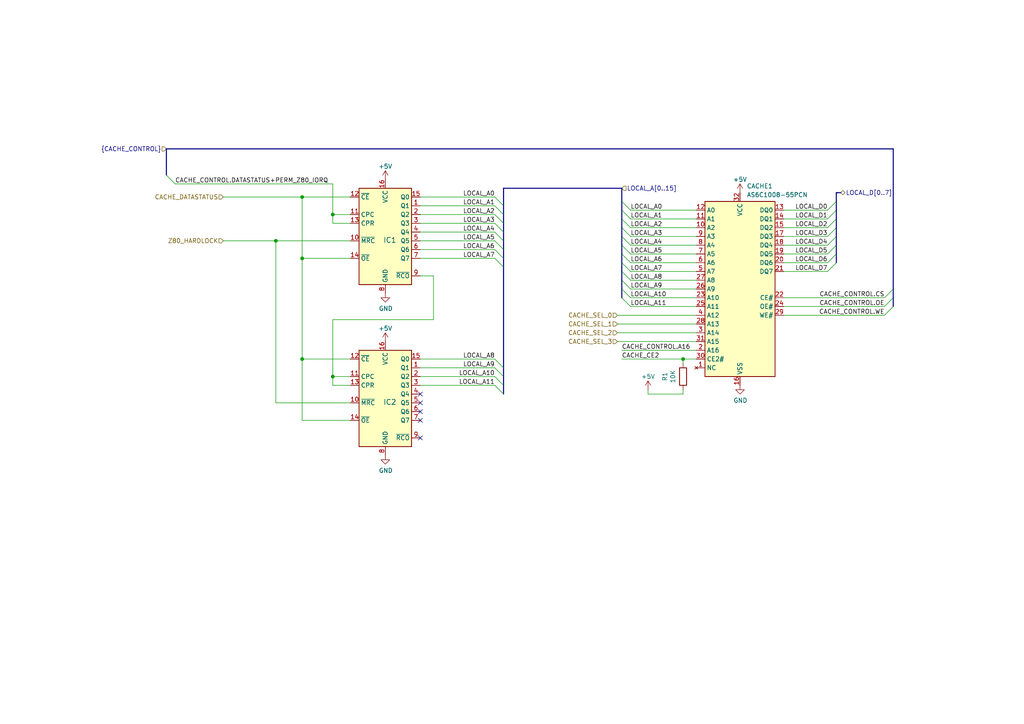
<source format=kicad_sch>
(kicad_sch (version 20230121) (generator eeschema)
  (paper "A4")
  (title_block (title "FujiNet Z80Bus reference design") (date "2023-05-13") (rev "0.1") (company "FujiNet") (comment 1 "64K status bytes (which are mapped 1:1 with Z80 IO addresses)") (comment 2 "16x4K caches that can be allocated to any IO address (Rio config)") (comment 3 "IOCache is devided into 2x64K blocks"))
  (lib_symbols
    (symbol "74xx:74HC590"
      (property "Reference" "U" (at -7.62 16.51 0))
      (property "Value" "74HC590" (at -7.62 -13.97 0))
      (symbol "74HC590_1_0"
        (pin tri_state line (at 10.16 10.16 180) (length 2.54) (name "Q1") (number "1"))
        (pin input line (at -10.16 0 0) (length 2.54) (name "~{MRC}") (number "10"))
        (pin input line (at -10.16 7.62 0) (length 2.54) (name "CPC") (number "11"))
        (pin input line (at -10.16 12.7 0) (length 2.54) (name "~{CE}") (number "12"))
        (pin input line (at -10.16 5.08 0) (length 2.54) (name "CPR") (number "13"))
        (pin input line (at -10.16 -5.08 0) (length 2.54) (name "~{OE}") (number "14"))
        (pin tri_state line (at 10.16 12.7 180) (length 2.54) (name "Q0") (number "15"))
        (pin power_in line (at 0 17.78 270) (length 2.54) (name "VCC") (number "16"))
        (pin tri_state line (at 10.16 7.62 180) (length 2.54) (name "Q2") (number "2"))
        (pin tri_state line (at 10.16 5.08 180) (length 2.54) (name "Q3") (number "3"))
        (pin tri_state line (at 10.16 2.54 180) (length 2.54) (name "Q4") (number "4"))
        (pin tri_state line (at 10.16 0 180) (length 2.54) (name "Q5") (number "5"))
        (pin tri_state line (at 10.16 -2.54 180) (length 2.54) (name "Q6") (number "6"))
        (pin tri_state line (at 10.16 -5.08 180) (length 2.54) (name "Q7") (number "7"))
        (pin power_in line (at 0 -15.24 90) (length 2.54) (name "GND") (number "8"))
        (pin output line (at 10.16 -10.16 180) (length 2.54) (name "~{RCO}") (number "9"))
      )
      (symbol "74HC590_1_1"
        (rectangle (start -7.62 15.24) (end 7.62 -12.7) (stroke (width 0.254)) (fill (type background)))
      )
    )
    (symbol "Device:R" (pin_numbers hide) (pin_names (offset 0))
      (property "Reference" "R" (at 2.032 0 90))
      (property "Value" "R" (at 0 0 90))
      (symbol "R_0_1"
        (rectangle (start -1.016 -2.54) (end 1.016 2.54) (stroke (width 0.254)))
      )
      (symbol "R_1_1"
        (pin passive line (at 0 3.81 270) (length 1.27) (name "~") (number "1"))
        (pin passive line (at 0 -3.81 90) (length 1.27) (name "~") (number "2"))
      )
    )
    (symbol "FujiNet_Memory_RAM:AS6C1008-55PCN"
      (property "Reference" "U" (at -10.16 26.035 0))
      (property "Value" "AS6C1008-55PCN" (at 2.54 26.035 0))
      (symbol "AS6C1008-55PCN_0_0"
        (pin power_in line (at 0 -27.94 90) (length 2.54) (name "VSS") (number "16"))
        (pin power_in line (at 0 27.94 270) (length 2.54) (name "VCC") (number "32"))
      )
      (symbol "AS6C1008-55PCN_1_1"
        (rectangle (start -10.16 25.4) (end 10.16 -25.4) (stroke (width 0.254)) (fill (type background)))
        (pin no_connect line (at -12.7 -22.86 0) (length 2.54) (name "NC") (number "1"))
        (pin input line (at -12.7 17.78 0) (length 2.54) (name "A2") (number "10"))
        (pin input line (at -12.7 20.32 0) (length 2.54) (name "A1") (number "11"))
        (pin input line (at -12.7 22.86 0) (length 2.54) (name "A0") (number "12"))
        (pin tri_state line (at 12.7 22.86 180) (length 2.54) (name "DQ0") (number "13"))
        (pin tri_state line (at 12.7 20.32 180) (length 2.54) (name "DQ1") (number "14"))
        (pin tri_state line (at 12.7 17.78 180) (length 2.54) (name "DQ2") (number "15"))
        (pin tri_state line (at 12.7 15.24 180) (length 2.54) (name "DQ3") (number "17"))
        (pin tri_state line (at 12.7 12.7 180) (length 2.54) (name "DQ4") (number "18"))
        (pin tri_state line (at 12.7 10.16 180) (length 2.54) (name "DQ5") (number "19"))
        (pin input line (at -12.7 -17.78 0) (length 2.54) (name "A16") (number "2"))
        (pin tri_state line (at 12.7 7.62 180) (length 2.54) (name "DQ6") (number "20"))
        (pin tri_state line (at 12.7 5.08 180) (length 2.54) (name "DQ7") (number "21"))
        (pin input line (at 12.7 -2.54 180) (length 2.54) (name "CE#") (number "22"))
        (pin input line (at -12.7 -2.54 0) (length 2.54) (name "A10") (number "23"))
        (pin input line (at 12.7 -5.08 180) (length 2.54) (name "OE#") (number "24"))
        (pin input line (at -12.7 -5.08 0) (length 2.54) (name "A11") (number "25"))
        (pin input line (at -12.7 0 0) (length 2.54) (name "A9") (number "26"))
        (pin input line (at -12.7 2.54 0) (length 2.54) (name "A8") (number "27"))
        (pin input line (at -12.7 -10.16 0) (length 2.54) (name "A13") (number "28"))
        (pin input line (at 12.7 -7.62 180) (length 2.54) (name "WE#") (number "29"))
        (pin input line (at -12.7 -12.7 0) (length 2.54) (name "A14") (number "3"))
        (pin input line (at -12.7 -20.32 0) (length 2.54) (name "CE2#") (number "30"))
        (pin input line (at -12.7 -15.24 0) (length 2.54) (name "A15") (number "31"))
        (pin input line (at -12.7 -7.62 0) (length 2.54) (name "A12") (number "4"))
        (pin input line (at -12.7 5.08 0) (length 2.54) (name "A7") (number "5"))
        (pin input line (at -12.7 7.62 0) (length 2.54) (name "A6") (number "6"))
        (pin input line (at -12.7 10.16 0) (length 2.54) (name "A5") (number "7"))
        (pin input line (at -12.7 12.7 0) (length 2.54) (name "A4") (number "8"))
        (pin input line (at -12.7 15.24 0) (length 2.54) (name "A3") (number "9"))
      )
    )
    (symbol "power:+5V" (power) (pin_names (offset 0))
      (property "Value" "+5V" (at 0 3.556 0))
      (symbol "+5V_0_1"
        (polyline (pts (xy -0.762 1.27) (xy 0 2.54)))
        (polyline (pts (xy 0 0) (xy 0 2.54)))
        (polyline (pts (xy 0 2.54) (xy 0.762 1.27)))
      )
      (symbol "+5V_1_1"
        (pin power_in line (at 0 0 90) (length 0) hide (name "+5V") (number "1"))
      )
    )
    (symbol "power:GND" (power) (pin_names (offset 0))
      (property "Value" "GND" (at 0 -3.81 0))
      (symbol "GND_0_1"
        (polyline (pts (xy 0 0) (xy 0 -1.27) (xy 1.27 -1.27) (xy 0 -2.54) (xy -1.27 -1.27) (xy 0 -1.27)))
      )
      (symbol "GND_1_1"
        (pin power_in line (at 0 0 270) (length 0) hide (name "GND") (number "1"))
      )
    )
  )
  (bus_alias "CACHE_CONTROL" (members "CACHE_CONTROL.A16" "CACHE_CONTROL.WE" "CACHE_CONTROL.OE" "CACHE_CONTROL.CS" "CACHE_CONTROL.DATASTATUS+PERM_Z80_IORQ"))
  (junction (at 96.52 62.23))
  (junction (at 87.63 104.14))
  (junction (at 87.63 57.15))
  (junction (at 96.52 109.22))
  (junction (at 80.01 69.85))
  (junction (at 198.12 104.14))
  (junction (at 87.63 74.93))
  (no_connect (at 121.92 119.38))
  (no_connect (at 121.92 127))
  (no_connect (at 121.92 116.84))
  (no_connect (at 121.92 114.3))
  (no_connect (at 121.92 121.92))
  (bus_entry (at 180.34 83.82) (size 2.54 2.54))
  (bus_entry (at 143.51 69.85) (size 2.54 2.54))
  (bus_entry (at 180.34 60.96) (size 2.54 2.54))
  (bus_entry (at 180.34 66.04) (size 2.54 2.54))
  (bus_entry (at 242.57 66.04) (size -2.54 2.54))
  (bus_entry (at 143.51 72.39) (size 2.54 2.54))
  (bus_entry (at 180.34 86.36) (size 2.54 2.54))
  (bus_entry (at 180.34 78.74) (size 2.54 2.54))
  (bus_entry (at 48.26 50.8) (size 2.54 2.54))
  (bus_entry (at 242.57 76.2) (size -2.54 2.54))
  (bus_entry (at 143.51 57.15) (size 2.54 2.54))
  (bus_entry (at 242.57 63.5) (size -2.54 2.54))
  (bus_entry (at 242.57 68.58) (size -2.54 2.54))
  (bus_entry (at 180.34 81.28) (size 2.54 2.54))
  (bus_entry (at 143.51 64.77) (size 2.54 2.54))
  (bus_entry (at 143.51 106.68) (size 2.54 2.54))
  (bus_entry (at 242.57 58.42) (size -2.54 2.54))
  (bus_entry (at 143.51 104.14) (size 2.54 2.54))
  (bus_entry (at 143.51 111.76) (size 2.54 2.54))
  (bus_entry (at 143.51 74.93) (size 2.54 2.54))
  (bus_entry (at 180.34 68.58) (size 2.54 2.54))
  (bus_entry (at 143.51 59.69) (size 2.54 2.54))
  (bus_entry (at 180.34 73.66) (size 2.54 2.54))
  (bus_entry (at 180.34 76.2) (size 2.54 2.54))
  (bus_entry (at 143.51 67.31) (size 2.54 2.54))
  (bus_entry (at 180.34 63.5) (size 2.54 2.54))
  (bus_entry (at 242.57 73.66) (size -2.54 2.54))
  (bus_entry (at 180.34 58.42) (size 2.54 2.54))
  (bus_entry (at 143.51 62.23) (size 2.54 2.54))
  (bus_entry (at 242.57 71.12) (size -2.54 2.54))
  (bus_entry (at 256.54 91.44) (size 2.54 -2.54))
  (bus_entry (at 180.34 71.12) (size 2.54 2.54))
  (bus_entry (at 143.51 109.22) (size 2.54 2.54))
  (bus_entry (at 242.57 60.96) (size -2.54 2.54))
  (bus_entry (at 256.54 86.36) (size 2.54 -2.54))
  (bus_entry (at 256.54 88.9) (size 2.54 -2.54))
  (bus (pts (xy 146.05 72.39) (xy 146.05 74.93)))
  (wire (pts (xy 101.6 104.14) (xy 87.63 104.14)))
  (wire (pts (xy 240.03 66.04) (xy 227.33 66.04)))
  (wire (pts (xy 121.92 64.77) (xy 143.51 64.77)))
  (bus (pts (xy 242.57 63.5) (xy 242.57 66.04)))
  (wire (pts (xy 121.92 69.85) (xy 143.51 69.85)))
  (wire (pts (xy 227.33 76.2) (xy 240.03 76.2)))
  (bus (pts (xy 242.57 73.66) (xy 242.57 76.2)))
  (bus (pts (xy 146.05 109.22) (xy 146.05 111.76)))
  (bus (pts (xy 242.57 58.42) (xy 242.57 60.96)))
  (bus (pts (xy 180.34 63.5) (xy 180.34 66.04)))
  (bus (pts (xy 146.05 59.69) (xy 146.05 54.61)))
  (wire (pts (xy 96.52 92.71) (xy 125.73 92.71)))
  (wire (pts (xy 201.93 73.66) (xy 182.88 73.66)))
  (wire (pts (xy 87.63 74.93) (xy 101.6 74.93)))
  (bus (pts (xy 242.57 68.58) (xy 242.57 71.12)))
  (bus (pts (xy 259.08 83.82) (xy 259.08 86.36)))
  (bus (pts (xy 180.34 60.96) (xy 180.34 63.5)))
  (wire (pts (xy 80.01 69.85) (xy 101.6 69.85)))
  (bus (pts (xy 48.26 43.18) (xy 259.08 43.18)))
  (wire (pts (xy 64.77 57.15) (xy 87.63 57.15)))
  (wire (pts (xy 101.6 116.84) (xy 80.01 116.84)))
  (wire (pts (xy 121.92 74.93) (xy 143.51 74.93)))
  (wire (pts (xy 96.52 109.22) (xy 96.52 92.71)))
  (wire (pts (xy 121.92 57.15) (xy 143.51 57.15)))
  (bus (pts (xy 180.34 73.66) (xy 180.34 76.2)))
  (bus (pts (xy 242.57 55.88) (xy 242.57 58.42)))
  (wire (pts (xy 87.63 104.14) (xy 87.63 121.92)))
  (wire (pts (xy 227.33 88.9) (xy 256.54 88.9)))
  (wire (pts (xy 121.92 62.23) (xy 143.51 62.23)))
  (wire (pts (xy 227.33 68.58) (xy 240.03 68.58)))
  (bus (pts (xy 180.34 58.42) (xy 180.34 60.96)))
  (wire (pts (xy 180.34 104.14) (xy 198.12 104.14)))
  (bus (pts (xy 146.05 62.23) (xy 146.05 64.77)))
  (wire (pts (xy 64.77 69.85) (xy 80.01 69.85)))
  (bus (pts (xy 243.84 55.88) (xy 242.57 55.88)))
  (bus (pts (xy 242.57 71.12) (xy 242.57 73.66)))
  (wire (pts (xy 121.92 104.14) (xy 143.51 104.14)))
  (wire (pts (xy 201.93 88.9) (xy 182.88 88.9)))
  (wire (pts (xy 96.52 53.34) (xy 96.52 62.23)))
  (bus (pts (xy 180.34 68.58) (xy 180.34 71.12)))
  (wire (pts (xy 87.63 57.15) (xy 87.63 74.93)))
  (wire (pts (xy 227.33 86.36) (xy 256.54 86.36)))
  (wire (pts (xy 96.52 62.23) (xy 101.6 62.23)))
  (bus (pts (xy 242.57 60.96) (xy 242.57 63.5)))
  (bus (pts (xy 180.34 76.2) (xy 180.34 78.74)))
  (wire (pts (xy 201.93 71.12) (xy 182.88 71.12)))
  (wire (pts (xy 227.33 71.12) (xy 240.03 71.12)))
  (wire (pts (xy 87.63 121.92) (xy 101.6 121.92)))
  (wire (pts (xy 179.07 93.98) (xy 201.93 93.98)))
  (wire (pts (xy 125.73 80.01) (xy 121.92 80.01)))
  (wire (pts (xy 101.6 111.76) (xy 96.52 111.76)))
  (wire (pts (xy 121.92 72.39) (xy 143.51 72.39)))
  (wire (pts (xy 201.93 76.2) (xy 182.88 76.2)))
  (wire (pts (xy 240.03 60.96) (xy 227.33 60.96)))
  (wire (pts (xy 125.73 80.01) (xy 125.73 92.71)))
  (bus (pts (xy 146.05 59.69) (xy 146.05 62.23)))
  (wire (pts (xy 121.92 67.31) (xy 143.51 67.31)))
  (wire (pts (xy 179.07 99.06) (xy 201.93 99.06)))
  (wire (pts (xy 96.52 111.76) (xy 96.52 109.22)))
  (wire (pts (xy 180.34 101.6) (xy 201.93 101.6)))
  (bus (pts (xy 146.05 106.68) (xy 146.05 109.22)))
  (bus (pts (xy 48.26 43.18) (xy 48.26 50.8)))
  (wire (pts (xy 143.51 109.22) (xy 121.92 109.22)))
  (bus (pts (xy 146.05 74.93) (xy 146.05 77.47)))
  (bus (pts (xy 180.34 81.28) (xy 180.34 83.82)))
  (bus (pts (xy 146.05 64.77) (xy 146.05 67.31)))
  (bus (pts (xy 180.34 66.04) (xy 180.34 68.58)))
  (bus (pts (xy 259.08 43.18) (xy 259.08 83.82)))
  (bus (pts (xy 180.34 54.61) (xy 180.34 58.42)))
  (wire (pts (xy 96.52 64.77) (xy 101.6 64.77)))
  (wire (pts (xy 50.8 53.34) (xy 96.52 53.34)))
  (wire (pts (xy 187.96 114.3) (xy 198.12 114.3)))
  (wire (pts (xy 201.93 63.5) (xy 182.88 63.5)))
  (bus (pts (xy 180.34 83.82) (xy 180.34 86.36)))
  (wire (pts (xy 80.01 116.84) (xy 80.01 69.85)))
  (wire (pts (xy 143.51 106.68) (xy 121.92 106.68)))
  (wire (pts (xy 101.6 57.15) (xy 87.63 57.15)))
  (wire (pts (xy 198.12 104.14) (xy 198.12 105.41)))
  (wire (pts (xy 198.12 114.3) (xy 198.12 113.03)))
  (bus (pts (xy 242.57 66.04) (xy 242.57 68.58)))
  (wire (pts (xy 201.93 68.58) (xy 182.88 68.58)))
  (wire (pts (xy 121.92 59.69) (xy 143.51 59.69)))
  (wire (pts (xy 187.96 114.3) (xy 187.96 113.03)))
  (wire (pts (xy 227.33 91.44) (xy 256.54 91.44)))
  (bus (pts (xy 146.05 77.47) (xy 146.05 106.68)))
  (wire (pts (xy 96.52 62.23) (xy 96.52 64.77)))
  (bus (pts (xy 146.05 111.76) (xy 146.05 114.3)))
  (bus (pts (xy 259.08 86.36) (xy 259.08 88.9)))
  (wire (pts (xy 101.6 109.22) (xy 96.52 109.22)))
  (bus (pts (xy 146.05 69.85) (xy 146.05 72.39)))
  (wire (pts (xy 87.63 74.93) (xy 87.63 104.14)))
  (wire (pts (xy 201.93 86.36) (xy 182.88 86.36)))
  (bus (pts (xy 180.34 71.12) (xy 180.34 73.66)))
  (wire (pts (xy 201.93 81.28) (xy 182.88 81.28)))
  (bus (pts (xy 146.05 54.61) (xy 180.34 54.61)))
  (wire (pts (xy 201.93 83.82) (xy 182.88 83.82)))
  (wire (pts (xy 201.93 66.04) (xy 182.88 66.04)))
  (wire (pts (xy 240.03 63.5) (xy 227.33 63.5)))
  (wire (pts (xy 179.07 91.44) (xy 201.93 91.44)))
  (bus (pts (xy 180.34 78.74) (xy 180.34 81.28)))
  (wire (pts (xy 198.12 104.14) (xy 201.93 104.14)))
  (bus (pts (xy 146.05 67.31) (xy 146.05 69.85)))
  (wire (pts (xy 227.33 73.66) (xy 240.03 73.66)))
  (wire (pts (xy 179.07 96.52) (xy 201.93 96.52)))
  (wire (pts (xy 201.93 60.96) (xy 182.88 60.96)))
  (wire (pts (xy 201.93 78.74) (xy 182.88 78.74)))
  (wire (pts (xy 227.33 78.74) (xy 240.03 78.74)))
  (wire (pts (xy 143.51 111.76) (xy 121.92 111.76)))
  (label "LOCAL_A1" (at 143.51 59.69 180))
  (label "CACHE_CONTROL.DATASTATUS+PERM_Z80_IORQ" (at 50.8 53.34 0))
  (label "CACHE_CONTROL.A16" (at 180.34 101.6 0))
  (label "LOCAL_D7" (at 240.03 78.74 180))
  (label "LOCAL_D4" (at 240.03 71.12 180))
  (label "LOCAL_A2" (at 182.88 66.04 0))
  (label "LOCAL_A0" (at 143.51 57.15 180))
  (label "LOCAL_A10" (at 143.51 109.22 180))
  (label "LOCAL_A6" (at 182.88 76.2 0))
  (label "LOCAL_D0" (at 240.03 60.96 180))
  (label "LOCAL_D5" (at 240.03 73.66 180))
  (label "LOCAL_D1" (at 240.03 63.5 180))
  (label "LOCAL_A3" (at 143.51 64.77 180))
  (label "LOCAL_A6" (at 143.51 72.39 180))
  (label "LOCAL_D2" (at 240.03 66.04 180))
  (label "LOCAL_A5" (at 143.51 69.85 180))
  (label "LOCAL_A0" (at 182.88 60.96 0))
  (label "LOCAL_A4" (at 182.88 71.12 0))
  (label "CACHE_CONTROL.OE" (at 256.54 88.9 180))
  (label "LOCAL_A9" (at 143.51 106.68 180))
  (label "LOCAL_A3" (at 182.88 68.58 0))
  (label "LOCAL_A11" (at 182.88 88.9 0))
  (label "LOCAL_A8" (at 182.88 81.28 0))
  (label "CACHE_CE2" (at 180.34 104.14 0))
  (label "LOCAL_A1" (at 182.88 63.5 0))
  (label "CACHE_CONTROL.WE" (at 256.54 91.44 180))
  (label "LOCAL_D6" (at 240.03 76.2 180))
  (label "LOCAL_A8" (at 143.51 104.14 180))
  (label "LOCAL_D3" (at 240.03 68.58 180))
  (label "LOCAL_A7" (at 143.51 74.93 180))
  (label "LOCAL_A4" (at 143.51 67.31 180))
  (label "CACHE_CONTROL.CS" (at 256.54 86.36 180))
  (label "LOCAL_A5" (at 182.88 73.66 0))
  (label "LOCAL_A7" (at 182.88 78.74 0))
  (label "LOCAL_A9" (at 182.88 83.82 0))
  (label "LOCAL_A10" (at 182.88 86.36 0))
  (label "LOCAL_A2" (at 143.51 62.23 180))
  (label "LOCAL_A11" (at 143.51 111.76 180))
  (hierarchical_label "CACHE_SEL_3" (shape input) (at 179.07 99.06 180))
  (hierarchical_label "CACHE_SEL_0" (shape input) (at 179.07 91.44 180))
  (hierarchical_label "Z80_HARDLOCK" (shape input) (at 64.77 69.85 180))
  (hierarchical_label "CACHE_SEL_2" (shape input) (at 179.07 96.52 180))
  (hierarchical_label "LOCAL_D[0..7]" (shape bidirectional) (at 243.84 55.88 0))
  (hierarchical_label "{CACHE_CONTROL}" (shape input) (at 48.26 43.18 180))
  (hierarchical_label "CACHE_SEL_1" (shape input) (at 179.07 93.98 180))
  (hierarchical_label "CACHE_DATASTATUS" (shape input) (at 64.77 57.15 180))
  (hierarchical_label "LOCAL_A[0..15]" (shape input) (at 180.34 54.61 0))
  (symbol (lib_id "74xx:74HC590") (at 111.76 116.84 0) (unit 1)
    (property "Reference" "IC2" (at 111.125 117.475 0) (effects (font (size 1.4986 1.4986)) (justify left bottom)))
    (property "Value" "74HC590N" (effects hide))
    (property "Footprint" "Package_DIP:DIP-16_W7.62mm_Socket" (effects hide))
    (property "Datasheet" "https://assets.nexperia.com/documents/data-sheet/74HC590.pdf" (effects hide))
  )
  (symbol (lib_id "74xx:74HC590") (at 111.76 69.85 0) (unit 1)
    (property "Reference" "IC1" (at 111.125 70.485 0) (effects (font (size 1.4986 1.4986)) (justify left bottom)))
    (property "Value" "74HC590N" (effects hide))
    (property "Footprint" "Package_DIP:DIP-16_W7.62mm_Socket" (effects hide))
    (property "Datasheet" "https://assets.nexperia.com/documents/data-sheet/74HC590.pdf" (effects hide))
  )
  (symbol (lib_id "Device:R") (at 198.12 109.22 0) (unit 1)
    (property "Reference" "R1" (at 192.8622 109.22 90))
    (property "Value" "10K" (at 195.1736 109.22 90))
    (property "Footprint" "Resistor_THT:R_Axial_DIN0207_L6.3mm_D2.5mm_P10.16mm_Horizontal" (effects hide))
  )
  (symbol (lib_id "power:+5V") (at 111.76 52.07 0) (unit 1)
    (property "Reference" "#PWR01" (effects hide))
    (property "Value" "+5V" (at 111.76 48.26 0))
  )
  (symbol (lib_id "power:GND") (at 111.76 132.08 0) (unit 1)
    (property "Reference" "#PWR04" (effects hide))
    (property "Value" "GND" (at 111.887 136.4742 0))
  )
  (symbol (lib_id "power:+5V") (at 111.76 99.06 0) (unit 1)
    (property "Reference" "#PWR03" (effects hide))
    (property "Value" "+5V" (at 111.76 95.25 0))
  )
  (symbol (lib_id "FujiNet_Memory_RAM:AS6C1008-55PCN") (at 214.63 83.82 0) (unit 1)
    (property "Reference" "CACHE1" (at 216.5859 53.975 0) (effects (justify left)))
    (property "Value" "AS6C1008-55PCN" (at 216.5859 56.515 0) (effects (justify left)))
    (property "Footprint" "Package_DIP:DIP-32_W15.24mm_Socket" (effects hide))
    (property "Datasheet" "https://www.alliancememory.com/wp-content/uploads/pdf/AS6C1008.pdf" (effects hide))
  )
  (symbol (lib_id "power:GND") (at 111.76 85.09 0) (unit 1)
    (property "Reference" "#PWR02" (effects hide))
    (property "Value" "GND" (at 111.887 89.4842 0))
  )
  (symbol (lib_id "power:+5V") (at 214.63 55.88 0) (unit 1)
    (property "Reference" "#PWR06" (effects hide))
    (property "Value" "+5V" (at 214.63 52.07 0))
  )
  (symbol (lib_id "power:+5V") (at 187.96 113.03 0) (unit 1)
    (property "Reference" "#PWR05" (effects hide))
    (property "Value" "+5V" (at 187.96 109.22 0))
  )
  (symbol (lib_id "power:GND") (at 214.63 111.76 0) (unit 1)
    (property "Reference" "#PWR07" (effects hide))
    (property "Value" "GND" (at 214.757 116.1542 0))
  )
)
</source>
